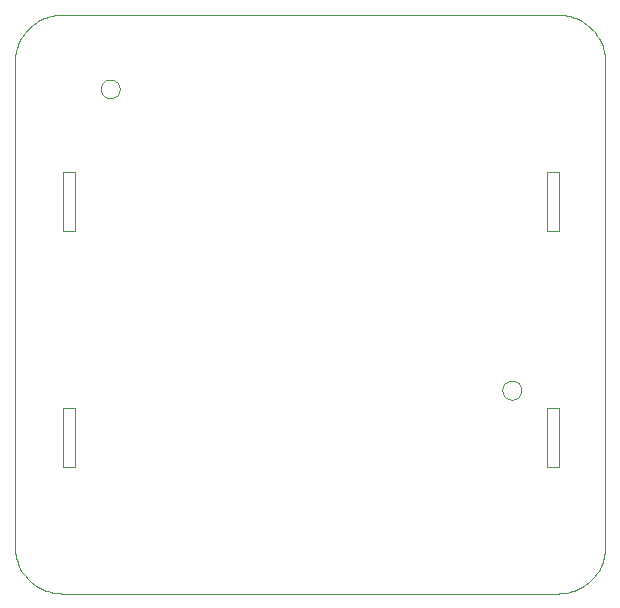
<source format=gm1>
G75*
G70*
%OFA0B0*%
%FSLAX24Y24*%
%IPPOS*%
%LPD*%
%AMOC8*
5,1,8,0,0,1.08239X$1,22.5*
%
%ADD10C,0.0000*%
D10*
X005418Y002075D02*
X005418Y018217D01*
X005420Y018294D01*
X005426Y018371D01*
X005435Y018448D01*
X005448Y018524D01*
X005465Y018600D01*
X005486Y018674D01*
X005510Y018748D01*
X005538Y018820D01*
X005569Y018890D01*
X005604Y018959D01*
X005642Y019027D01*
X005683Y019092D01*
X005728Y019155D01*
X005776Y019216D01*
X005826Y019275D01*
X005879Y019331D01*
X005935Y019384D01*
X005994Y019434D01*
X006055Y019482D01*
X006118Y019527D01*
X006183Y019568D01*
X006251Y019606D01*
X006320Y019641D01*
X006390Y019672D01*
X006462Y019700D01*
X006536Y019724D01*
X006610Y019745D01*
X006686Y019762D01*
X006762Y019775D01*
X006839Y019784D01*
X006916Y019790D01*
X006993Y019792D01*
X006993Y019791D02*
X023528Y019791D01*
X023528Y019792D02*
X023605Y019790D01*
X023682Y019784D01*
X023759Y019775D01*
X023835Y019762D01*
X023911Y019745D01*
X023985Y019724D01*
X024059Y019700D01*
X024131Y019672D01*
X024201Y019641D01*
X024270Y019606D01*
X024338Y019568D01*
X024403Y019527D01*
X024466Y019482D01*
X024527Y019434D01*
X024586Y019384D01*
X024642Y019331D01*
X024695Y019275D01*
X024745Y019216D01*
X024793Y019155D01*
X024838Y019092D01*
X024879Y019027D01*
X024917Y018959D01*
X024952Y018890D01*
X024983Y018820D01*
X025011Y018748D01*
X025035Y018674D01*
X025056Y018600D01*
X025073Y018524D01*
X025086Y018448D01*
X025095Y018371D01*
X025101Y018294D01*
X025103Y018217D01*
X025103Y002075D01*
X025101Y001998D01*
X025095Y001921D01*
X025086Y001844D01*
X025073Y001768D01*
X025056Y001692D01*
X025035Y001618D01*
X025011Y001544D01*
X024983Y001472D01*
X024952Y001402D01*
X024917Y001333D01*
X024879Y001265D01*
X024838Y001200D01*
X024793Y001137D01*
X024745Y001076D01*
X024695Y001017D01*
X024642Y000961D01*
X024586Y000908D01*
X024527Y000858D01*
X024466Y000810D01*
X024403Y000765D01*
X024338Y000724D01*
X024270Y000686D01*
X024201Y000651D01*
X024131Y000620D01*
X024059Y000592D01*
X023985Y000568D01*
X023911Y000547D01*
X023835Y000530D01*
X023759Y000517D01*
X023682Y000508D01*
X023605Y000502D01*
X023528Y000500D01*
X006993Y000500D01*
X006916Y000502D01*
X006839Y000508D01*
X006762Y000517D01*
X006686Y000530D01*
X006610Y000547D01*
X006536Y000568D01*
X006462Y000592D01*
X006390Y000620D01*
X006320Y000651D01*
X006251Y000686D01*
X006183Y000724D01*
X006118Y000765D01*
X006055Y000810D01*
X005994Y000858D01*
X005935Y000908D01*
X005879Y000961D01*
X005826Y001017D01*
X005776Y001076D01*
X005728Y001137D01*
X005683Y001200D01*
X005642Y001265D01*
X005604Y001333D01*
X005569Y001402D01*
X005538Y001472D01*
X005510Y001544D01*
X005486Y001618D01*
X005465Y001692D01*
X005448Y001768D01*
X005435Y001844D01*
X005426Y001921D01*
X005420Y001998D01*
X005418Y002075D01*
X007026Y004720D02*
X007420Y004720D01*
X007420Y006689D01*
X007026Y006689D01*
X007026Y004720D01*
X007026Y012594D02*
X007420Y012594D01*
X007420Y014563D01*
X007026Y014563D01*
X007026Y012594D01*
X008286Y017319D02*
X008288Y017354D01*
X008294Y017389D01*
X008304Y017423D01*
X008317Y017456D01*
X008334Y017487D01*
X008355Y017515D01*
X008378Y017542D01*
X008405Y017565D01*
X008433Y017586D01*
X008464Y017603D01*
X008497Y017616D01*
X008531Y017626D01*
X008566Y017632D01*
X008601Y017634D01*
X008636Y017632D01*
X008671Y017626D01*
X008705Y017616D01*
X008738Y017603D01*
X008769Y017586D01*
X008797Y017565D01*
X008824Y017542D01*
X008847Y017515D01*
X008868Y017487D01*
X008885Y017456D01*
X008898Y017423D01*
X008908Y017389D01*
X008914Y017354D01*
X008916Y017319D01*
X008914Y017284D01*
X008908Y017249D01*
X008898Y017215D01*
X008885Y017182D01*
X008868Y017151D01*
X008847Y017123D01*
X008824Y017096D01*
X008797Y017073D01*
X008769Y017052D01*
X008738Y017035D01*
X008705Y017022D01*
X008671Y017012D01*
X008636Y017006D01*
X008601Y017004D01*
X008566Y017006D01*
X008531Y017012D01*
X008497Y017022D01*
X008464Y017035D01*
X008433Y017052D01*
X008405Y017073D01*
X008378Y017096D01*
X008355Y017123D01*
X008334Y017151D01*
X008317Y017182D01*
X008304Y017215D01*
X008294Y017249D01*
X008288Y017284D01*
X008286Y017319D01*
X021672Y007280D02*
X021674Y007315D01*
X021680Y007350D01*
X021690Y007384D01*
X021703Y007417D01*
X021720Y007448D01*
X021741Y007476D01*
X021764Y007503D01*
X021791Y007526D01*
X021819Y007547D01*
X021850Y007564D01*
X021883Y007577D01*
X021917Y007587D01*
X021952Y007593D01*
X021987Y007595D01*
X022022Y007593D01*
X022057Y007587D01*
X022091Y007577D01*
X022124Y007564D01*
X022155Y007547D01*
X022183Y007526D01*
X022210Y007503D01*
X022233Y007476D01*
X022254Y007448D01*
X022271Y007417D01*
X022284Y007384D01*
X022294Y007350D01*
X022300Y007315D01*
X022302Y007280D01*
X022300Y007245D01*
X022294Y007210D01*
X022284Y007176D01*
X022271Y007143D01*
X022254Y007112D01*
X022233Y007084D01*
X022210Y007057D01*
X022183Y007034D01*
X022155Y007013D01*
X022124Y006996D01*
X022091Y006983D01*
X022057Y006973D01*
X022022Y006967D01*
X021987Y006965D01*
X021952Y006967D01*
X021917Y006973D01*
X021883Y006983D01*
X021850Y006996D01*
X021819Y007013D01*
X021791Y007034D01*
X021764Y007057D01*
X021741Y007084D01*
X021720Y007112D01*
X021703Y007143D01*
X021690Y007176D01*
X021680Y007210D01*
X021674Y007245D01*
X021672Y007280D01*
X023168Y006689D02*
X023168Y004720D01*
X023562Y004720D01*
X023562Y006689D01*
X023168Y006689D01*
X023168Y012594D02*
X023168Y014563D01*
X023562Y014563D01*
X023562Y012594D01*
X023168Y012594D01*
M02*

</source>
